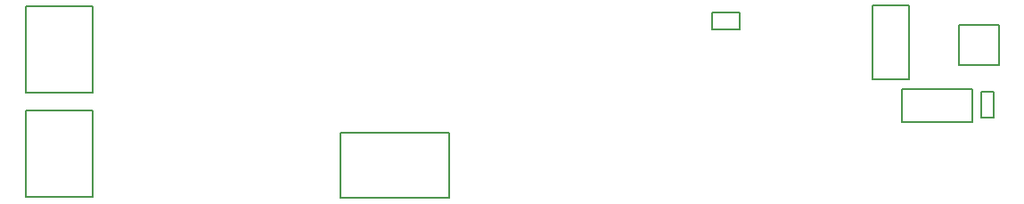
<source format=gbr>
%TF.GenerationSoftware,Altium Limited,Altium Designer,22.2.1 (43)*%
G04 Layer_Color=16777215*
%FSLAX26Y26*%
%MOIN*%
%TF.SameCoordinates,49CA406D-FE3E-4379-A0B2-47437619DC98*%
%TF.FilePolarity,Positive*%
%TF.FileFunction,Other,Top_Courtyard*%
%TF.Part,Single*%
G01*
G75*
%TA.AperFunction,NonConductor*%
%ADD129C,0.007874*%
D129*
X3403110Y323582D02*
X3666890Y323582D01*
X3403110Y323582D02*
X3403111Y446418D01*
X3666890Y446418D01*
X3666890Y323582D01*
X3291102Y757918D02*
X3428898Y757917D01*
X3291102Y757918D02*
X3291103Y482082D01*
X3428897Y482082D01*
X3428898Y757917D01*
X3764409Y535591D02*
X3764409Y684410D01*
X3615590Y684410D02*
X3764409Y684410D01*
X3615590Y535590D02*
Y684410D01*
Y535590D02*
X3764409Y535591D01*
X3697213Y437362D02*
X3744457Y437362D01*
X3697213Y437362D02*
X3697214Y338937D01*
X3744457D01*
X3744457Y437362D01*
X2796063Y668402D02*
X2796063Y731394D01*
X2693700Y731394D02*
X2796063Y731394D01*
X2693700Y668401D02*
Y731394D01*
Y668401D02*
X2796063Y668402D01*
X1707362Y37953D02*
Y282048D01*
X1302638Y282047D02*
X1707362Y282048D01*
X1302638Y37953D02*
X1302638Y282047D01*
X1302638Y37953D02*
X1707362Y37953D01*
X124016Y432598D02*
X375984D01*
Y757402D01*
X124016D02*
X375984D01*
X124016Y432598D02*
Y757402D01*
Y42598D02*
X375984D01*
Y367402D01*
X124016D02*
X375984D01*
X124016Y42598D02*
Y367402D01*
%TF.MD5,32b42ecf550dfe6be91c3f9c1358fd68*%
M02*

</source>
